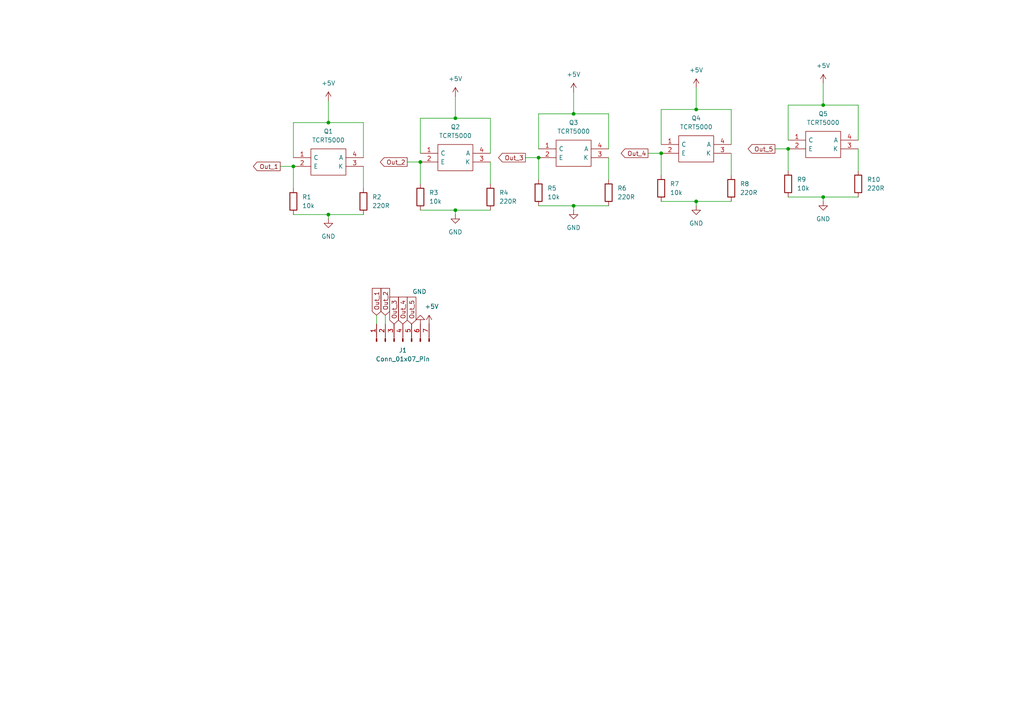
<source format=kicad_sch>
(kicad_sch (version 20231120) (generator "eeschema") (generator_version "8.0")
  (paper "A4")
  (lib_symbols
    (symbol "Connector:Conn_01x07_Pin" (pin_names (offset 1.016) hide)
      (property "Reference" "J" (at 0 10.16 0))
      (property "Value" "Conn_01x07_Pin" (at 0 -10.16 0))
      (symbol "Conn_01x07_Pin_1_1"
        (polyline (pts (xy 1.27 -7.62) (xy 0.8636 -7.62)) (stroke (width 0.1524)))
        (polyline (pts (xy 1.27 -5.08) (xy 0.8636 -5.08)) (stroke (width 0.1524)))
        (polyline (pts (xy 1.27 -2.54) (xy 0.8636 -2.54)) (stroke (width 0.1524)))
        (polyline (pts (xy 1.27 0) (xy 0.8636 0)) (stroke (width 0.1524)))
        (polyline (pts (xy 1.27 2.54) (xy 0.8636 2.54)) (stroke (width 0.1524)))
        (polyline (pts (xy 1.27 5.08) (xy 0.8636 5.08)) (stroke (width 0.1524)))
        (polyline (pts (xy 1.27 7.62) (xy 0.8636 7.62)) (stroke (width 0.1524)))
        (rectangle (start 0.8636 -7.493) (end 0 -7.747) (stroke (width 0.1524)) (fill (type outline)))
        (rectangle (start 0.8636 -4.953) (end 0 -5.207) (stroke (width 0.1524)) (fill (type outline)))
        (rectangle (start 0.8636 -2.413) (end 0 -2.667) (stroke (width 0.1524)) (fill (type outline)))
        (rectangle (start 0.8636 0.127) (end 0 -0.127) (stroke (width 0.1524)) (fill (type outline)))
        (rectangle (start 0.8636 2.667) (end 0 2.413) (stroke (width 0.1524)) (fill (type outline)))
        (rectangle (start 0.8636 5.207) (end 0 4.953) (stroke (width 0.1524)) (fill (type outline)))
        (rectangle (start 0.8636 7.747) (end 0 7.493) (stroke (width 0.1524)) (fill (type outline)))
        (pin passive line (at 5.08 7.62 180) (length 3.81) (name "Pin_1") (number "1"))
        (pin passive line (at 5.08 5.08 180) (length 3.81) (name "Pin_2") (number "2"))
        (pin passive line (at 5.08 2.54 180) (length 3.81) (name "Pin_3") (number "3"))
        (pin passive line (at 5.08 0 180) (length 3.81) (name "Pin_4") (number "4"))
        (pin passive line (at 5.08 -2.54 180) (length 3.81) (name "Pin_5") (number "5"))
        (pin passive line (at 5.08 -5.08 180) (length 3.81) (name "Pin_6") (number "6"))
        (pin passive line (at 5.08 -7.62 180) (length 3.81) (name "Pin_7") (number "7"))
      )
    )
    (symbol "Device:R" (pin_numbers hide) (pin_names (offset 0))
      (property "Reference" "R" (at 2.032 0 90))
      (property "Value" "R" (at 0 0 90))
      (symbol "R_0_1"
        (rectangle (start -1.016 -2.54) (end 1.016 2.54) (stroke (width 0.254)))
      )
      (symbol "R_1_1"
        (pin passive line (at 0 3.81 270) (length 1.27) (name "~") (number "1"))
        (pin passive line (at 0 -3.81 90) (length 1.27) (name "~") (number "2"))
      )
    )
    (symbol "TCRT5000:TCRT5000" (pin_names (offset 0.762))
      (property "Reference" "Q" (at 16.51 7.62 0))
      (property "Value" "TCRT5000" (at 16.51 5.08 0))
      (symbol "TCRT5000_0_0"
        (pin passive line (at 0 0 0) (length 5.08) (name "C") (number "1"))
        (pin passive line (at 0 -2.54 0) (length 5.08) (name "E") (number "2"))
        (pin passive line (at 20.32 -2.54 180) (length 5.08) (name "K") (number "3"))
        (pin passive line (at 20.32 0 180) (length 5.08) (name "A") (number "4"))
      )
      (symbol "TCRT5000_0_1"
        (polyline (pts (xy 5.08 2.54) (xy 15.24 2.54) (xy 15.24 -5.08) (xy 5.08 -5.08) (xy 5.08 2.54)) (stroke (width 0.1524)))
      )
    )
    (symbol "power:+5V" (power) (pin_numbers hide) (pin_names (offset 0) hide)
      (property "Value" "+5V" (at 0 3.556 0))
      (symbol "+5V_0_1"
        (polyline (pts (xy -0.762 1.27) (xy 0 2.54)))
        (polyline (pts (xy 0 0) (xy 0 2.54)))
        (polyline (pts (xy 0 2.54) (xy 0.762 1.27)))
      )
      (symbol "+5V_1_1"
        (pin power_in line (at 0 0 90) (length 0) (name "~") (number "1"))
      )
    )
    (symbol "power:GND" (power) (pin_numbers hide) (pin_names (offset 0) hide)
      (property "Value" "GND" (at 0 -3.81 0))
      (symbol "GND_0_1"
        (polyline (pts (xy 0 0) (xy 0 -1.27) (xy 1.27 -1.27) (xy 0 -2.54) (xy -1.27 -1.27) (xy 0 -1.27)))
      )
      (symbol "GND_1_1"
        (pin power_in line (at 0 0 270) (length 0) (name "~") (number "1"))
      )
    )
  )
  (junction (at 132.08 60.96))
  (junction (at 191.77 44.45))
  (junction (at 95.25 35.56))
  (junction (at 121.92 46.99))
  (junction (at 95.25 62.23))
  (junction (at 156.21 45.72))
  (junction (at 85.09 48.26))
  (junction (at 228.6 43.18))
  (junction (at 166.37 59.69))
  (junction (at 201.93 31.75))
  (junction (at 166.37 33.02))
  (junction (at 238.76 30.48))
  (junction (at 238.76 57.15))
  (junction (at 201.93 58.42))
  (junction (at 132.08 34.29))
  (wire (pts (xy 201.93 58.42) (xy 212.09 58.42)))
  (wire (pts (xy 95.25 62.23) (xy 105.41 62.23)))
  (wire (pts (xy 248.92 43.18) (xy 248.92 49.53)))
  (wire (pts (xy 142.24 34.29) (xy 132.08 34.29)))
  (wire (pts (xy 201.93 25.4) (xy 201.93 31.75)))
  (wire (pts (xy 142.24 46.99) (xy 142.24 53.34)))
  (wire (pts (xy 95.25 35.56) (xy 85.09 35.56)))
  (wire (pts (xy 132.08 27.94) (xy 132.08 34.29)))
  (wire (pts (xy 111.76 91.44) (xy 111.76 93.98)))
  (wire (pts (xy 132.08 60.96) (xy 132.08 62.23)))
  (wire (pts (xy 156.21 45.72) (xy 156.21 52.07)))
  (wire (pts (xy 238.76 24.13) (xy 238.76 30.48)))
  (wire (pts (xy 118.11 46.99) (xy 121.92 46.99)))
  (wire (pts (xy 176.53 33.02) (xy 166.37 33.02)))
  (wire (pts (xy 121.92 60.96) (xy 132.08 60.96)))
  (wire (pts (xy 201.93 58.42) (xy 201.93 59.69)))
  (wire (pts (xy 248.92 30.48) (xy 238.76 30.48)))
  (wire (pts (xy 224.79 43.18) (xy 228.6 43.18)))
  (wire (pts (xy 95.25 62.23) (xy 95.25 63.5)))
  (wire (pts (xy 228.6 43.18) (xy 228.6 49.53)))
  (wire (pts (xy 187.96 44.45) (xy 191.77 44.45)))
  (wire (pts (xy 105.41 48.26) (xy 105.41 54.61)))
  (wire (pts (xy 238.76 57.15) (xy 248.92 57.15)))
  (wire (pts (xy 132.08 60.96) (xy 142.24 60.96)))
  (wire (pts (xy 166.37 59.69) (xy 166.37 60.96)))
  (wire (pts (xy 212.09 31.75) (xy 201.93 31.75)))
  (wire (pts (xy 212.09 44.45) (xy 212.09 50.8)))
  (wire (pts (xy 85.09 62.23) (xy 95.25 62.23)))
  (wire (pts (xy 201.93 31.75) (xy 191.77 31.75)))
  (wire (pts (xy 152.4 45.72) (xy 156.21 45.72)))
  (wire (pts (xy 248.92 40.64) (xy 248.92 30.48)))
  (wire (pts (xy 191.77 58.42) (xy 201.93 58.42)))
  (wire (pts (xy 156.21 59.69) (xy 166.37 59.69)))
  (wire (pts (xy 95.25 29.21) (xy 95.25 35.56)))
  (wire (pts (xy 212.09 41.91) (xy 212.09 31.75)))
  (wire (pts (xy 191.77 31.75) (xy 191.77 41.91)))
  (wire (pts (xy 85.09 35.56) (xy 85.09 45.72)))
  (wire (pts (xy 121.92 46.99) (xy 121.92 53.34)))
  (wire (pts (xy 85.09 48.26) (xy 85.09 54.61)))
  (wire (pts (xy 105.41 35.56) (xy 95.25 35.56)))
  (wire (pts (xy 132.08 34.29) (xy 121.92 34.29)))
  (wire (pts (xy 238.76 57.15) (xy 238.76 58.42)))
  (wire (pts (xy 166.37 59.69) (xy 176.53 59.69)))
  (wire (pts (xy 166.37 33.02) (xy 156.21 33.02)))
  (wire (pts (xy 166.37 26.67) (xy 166.37 33.02)))
  (wire (pts (xy 238.76 30.48) (xy 228.6 30.48)))
  (wire (pts (xy 105.41 45.72) (xy 105.41 35.56)))
  (wire (pts (xy 228.6 30.48) (xy 228.6 40.64)))
  (wire (pts (xy 109.22 91.44) (xy 109.22 93.98)))
  (wire (pts (xy 176.53 43.18) (xy 176.53 33.02)))
  (wire (pts (xy 142.24 44.45) (xy 142.24 34.29)))
  (wire (pts (xy 81.28 48.26) (xy 85.09 48.26)))
  (wire (pts (xy 191.77 44.45) (xy 191.77 50.8)))
  (wire (pts (xy 121.92 34.29) (xy 121.92 44.45)))
  (wire (pts (xy 156.21 33.02) (xy 156.21 43.18)))
  (wire (pts (xy 176.53 45.72) (xy 176.53 52.07)))
  (wire (pts (xy 228.6 57.15) (xy 238.76 57.15)))
  (global_label "Out_3" (shape output) (at 152.4 45.72 180) (property "Intersheetrefs" "${INTERSHEET_REFS}" (effects (hide yes))))
  (global_label "Out_4" (shape input) (at 116.84 93.98 90) (property "Intersheetrefs" "${INTERSHEET_REFS}" (effects (hide yes))))
  (global_label "Out_5" (shape output) (at 224.79 43.18 180) (property "Intersheetrefs" "${INTERSHEET_REFS}" (effects (hide yes))))
  (global_label "Out_3" (shape input) (at 114.3 93.98 90) (property "Intersheetrefs" "${INTERSHEET_REFS}" (effects (hide yes))))
  (global_label "Out_4" (shape output) (at 187.96 44.45 180) (property "Intersheetrefs" "${INTERSHEET_REFS}" (effects (hide yes))))
  (global_label "Out_2" (shape output) (at 118.11 46.99 180) (property "Intersheetrefs" "${INTERSHEET_REFS}" (effects (hide yes))))
  (global_label "Out_1" (shape input) (at 109.22 91.44 90) (property "Intersheetrefs" "${INTERSHEET_REFS}" (effects (hide yes))))
  (global_label "Out_5" (shape input) (at 119.38 93.98 90) (property "Intersheetrefs" "${INTERSHEET_REFS}" (effects (hide yes))))
  (global_label "Out_2" (shape input) (at 111.76 91.44 90) (property "Intersheetrefs" "${INTERSHEET_REFS}" (effects (hide yes))))
  (global_label "Out_1" (shape output) (at 81.28 48.26 180) (property "Intersheetrefs" "${INTERSHEET_REFS}" (effects (hide yes))))
  (symbol (lib_id "Device:R") (at 156.21 55.88 0) (unit 1)
    (property "Reference" "R5" (at 158.75 54.6099 0) (effects (justify left)))
    (property "Value" "10k" (at 158.75 57.1499 0) (effects (justify left)))
    (property "Footprint" "Resistor_THT:R_Axial_DIN0207_L6.3mm_D2.5mm_P10.16mm_Horizontal" (effects (hide yes)))
    (property "Description" "Resistor" (effects (hide yes)))
  )
  (symbol (lib_id "power:GND") (at 121.92 93.98 180) (unit 1)
    (property "Reference" "#PWR012" (effects (hide yes)))
    (property "Value" "GND" (at 121.666 84.582 0))
    (property "Description" "Power symbol creates a global label with name \"GND\" , ground" (effects (hide yes)))
  )
  (symbol (lib_id "Device:R") (at 105.41 58.42 0) (unit 1)
    (property "Reference" "R2" (at 107.95 57.1499 0) (effects (justify left)))
    (property "Value" "220R" (at 107.95 59.6899 0) (effects (justify left)))
    (property "Footprint" "Resistor_THT:R_Axial_DIN0207_L6.3mm_D2.5mm_P10.16mm_Horizontal" (effects (hide yes)))
    (property "Description" "Resistor" (effects (hide yes)))
  )
  (symbol (lib_id "power:+5V") (at 132.08 27.94 0) (unit 1)
    (property "Reference" "#PWR03" (effects (hide yes)))
    (property "Value" "+5V" (at 132.08 22.86 0))
    (property "Description" "Power symbol creates a global label with name \"+5V\"" (effects (hide yes)))
  )
  (symbol (lib_id "Connector:Conn_01x07_Pin") (at 116.84 99.06 90) (unit 1)
    (property "Reference" "J1" (at 116.84 101.6 90))
    (property "Value" "Conn_01x07_Pin" (at 116.84 104.14 90))
    (property "Footprint" "Connector_PinHeader_2.54mm:PinHeader_1x07_P2.54mm_Horizontal" (effects (hide yes)))
    (property "Description" "Generic connector, single row, 01x07, script generated" (effects (hide yes)))
  )
  (symbol (lib_id "power:GND") (at 201.93 59.69 0) (unit 1)
    (property "Reference" "#PWR08" (effects (hide yes)))
    (property "Value" "GND" (at 201.93 64.77 0))
    (property "Description" "Power symbol creates a global label with name \"GND\" , ground" (effects (hide yes)))
  )
  (symbol (lib_id "Device:R") (at 85.09 58.42 0) (unit 1)
    (property "Reference" "R1" (at 87.63 57.1499 0) (effects (justify left)))
    (property "Value" "10k" (at 87.63 59.6899 0) (effects (justify left)))
    (property "Footprint" "Resistor_THT:R_Axial_DIN0207_L6.3mm_D2.5mm_P10.16mm_Horizontal" (effects (hide yes)))
    (property "Description" "Resistor" (effects (hide yes)))
  )
  (symbol (lib_id "power:+5V") (at 166.37 26.67 0) (unit 1)
    (property "Reference" "#PWR05" (effects (hide yes)))
    (property "Value" "+5V" (at 166.37 21.59 0))
    (property "Description" "Power symbol creates a global label with name \"+5V\"" (effects (hide yes)))
  )
  (symbol (lib_id "Device:R") (at 176.53 55.88 0) (unit 1)
    (property "Reference" "R6" (at 179.07 54.6099 0) (effects (justify left)))
    (property "Value" "220R" (at 179.07 57.1499 0) (effects (justify left)))
    (property "Footprint" "Resistor_THT:R_Axial_DIN0207_L6.3mm_D2.5mm_P10.16mm_Horizontal" (effects (hide yes)))
    (property "Description" "Resistor" (effects (hide yes)))
  )
  (symbol (lib_id "power:GND") (at 238.76 58.42 0) (unit 1)
    (property "Reference" "#PWR010" (effects (hide yes)))
    (property "Value" "GND" (at 238.76 63.5 0))
    (property "Description" "Power symbol creates a global label with name \"GND\" , ground" (effects (hide yes)))
  )
  (symbol (lib_id "TCRT5000:TCRT5000") (at 121.92 44.45 0) (unit 1)
    (property "Reference" "Q2" (at 132.08 36.83 0))
    (property "Value" "TCRT5000" (at 132.08 39.37 0))
    (property "Footprint" "KiCad3:TCRT5000" (effects (hide yes)))
    (property "Datasheet" "http://www.vishay.com/docs/83760/tcrt5000.pdf" (effects (hide yes)))
    (property "Description" "VISHAY - TCRT5000. - SENSOR, OPTICAL, TRANSISTOR O/P" (effects (hide yes)))
    (property "Height" "6.8" (effects (hide yes)))
    (property "Manufacturer_Name" "Vishay" (effects (hide yes)))
    (property "Manufacturer_Part_Number" "TCRT5000" (effects (hide yes)))
  )
  (symbol (lib_id "Device:R") (at 212.09 54.61 0) (unit 1)
    (property "Reference" "R8" (at 214.63 53.3399 0) (effects (justify left)))
    (property "Value" "220R" (at 214.63 55.8799 0) (effects (justify left)))
    (property "Footprint" "Resistor_THT:R_Axial_DIN0207_L6.3mm_D2.5mm_P10.16mm_Horizontal" (effects (hide yes)))
    (property "Description" "Resistor" (effects (hide yes)))
  )
  (symbol (lib_id "power:GND") (at 95.25 63.5 0) (unit 1)
    (property "Reference" "#PWR01" (effects (hide yes)))
    (property "Value" "GND" (at 95.25 68.58 0))
    (property "Description" "Power symbol creates a global label with name \"GND\" , ground" (effects (hide yes)))
  )
  (symbol (lib_id "TCRT5000:TCRT5000") (at 156.21 43.18 0) (unit 1)
    (property "Reference" "Q3" (at 166.37 35.56 0))
    (property "Value" "TCRT5000" (at 166.37 38.1 0))
    (property "Footprint" "KiCad3:TCRT5000" (effects (hide yes)))
    (property "Datasheet" "http://www.vishay.com/docs/83760/tcrt5000.pdf" (effects (hide yes)))
    (property "Description" "VISHAY - TCRT5000. - SENSOR, OPTICAL, TRANSISTOR O/P" (effects (hide yes)))
    (property "Height" "6.8" (effects (hide yes)))
    (property "Manufacturer_Name" "Vishay" (effects (hide yes)))
    (property "Manufacturer_Part_Number" "TCRT5000" (effects (hide yes)))
  )
  (symbol (lib_id "TCRT5000:TCRT5000") (at 191.77 41.91 0) (unit 1)
    (property "Reference" "Q4" (at 201.93 34.29 0))
    (property "Value" "TCRT5000" (at 201.93 36.83 0))
    (property "Footprint" "KiCad3:TCRT5000" (effects (hide yes)))
    (property "Datasheet" "http://www.vishay.com/docs/83760/tcrt5000.pdf" (effects (hide yes)))
    (property "Description" "VISHAY - TCRT5000. - SENSOR, OPTICAL, TRANSISTOR O/P" (effects (hide yes)))
    (property "Height" "6.8" (effects (hide yes)))
    (property "Manufacturer_Name" "Vishay" (effects (hide yes)))
    (property "Manufacturer_Part_Number" "TCRT5000" (effects (hide yes)))
  )
  (symbol (lib_id "Device:R") (at 142.24 57.15 0) (unit 1)
    (property "Reference" "R4" (at 144.78 55.8799 0) (effects (justify left)))
    (property "Value" "220R" (at 144.78 58.4199 0) (effects (justify left)))
    (property "Footprint" "Resistor_THT:R_Axial_DIN0207_L6.3mm_D2.5mm_P10.16mm_Horizontal" (effects (hide yes)))
    (property "Description" "Resistor" (effects (hide yes)))
  )
  (symbol (lib_id "power:+5V") (at 238.76 24.13 0) (unit 1)
    (property "Reference" "#PWR09" (effects (hide yes)))
    (property "Value" "+5V" (at 238.76 19.05 0))
    (property "Description" "Power symbol creates a global label with name \"+5V\"" (effects (hide yes)))
  )
  (symbol (lib_id "Device:R") (at 248.92 53.34 0) (unit 1)
    (property "Reference" "R10" (at 251.46 52.0699 0) (effects (justify left)))
    (property "Value" "220R" (at 251.46 54.6099 0) (effects (justify left)))
    (property "Footprint" "Resistor_THT:R_Axial_DIN0207_L6.3mm_D2.5mm_P10.16mm_Horizontal" (effects (hide yes)))
    (property "Description" "Resistor" (effects (hide yes)))
  )
  (symbol (lib_id "power:GND") (at 132.08 62.23 0) (unit 1)
    (property "Reference" "#PWR04" (effects (hide yes)))
    (property "Value" "GND" (at 132.08 67.31 0))
    (property "Description" "Power symbol creates a global label with name \"GND\" , ground" (effects (hide yes)))
  )
  (symbol (lib_id "power:+5V") (at 201.93 25.4 0) (unit 1)
    (property "Reference" "#PWR07" (effects (hide yes)))
    (property "Value" "+5V" (at 201.93 20.32 0))
    (property "Description" "Power symbol creates a global label with name \"+5V\"" (effects (hide yes)))
  )
  (symbol (lib_id "power:+5V") (at 95.25 29.21 0) (unit 1)
    (property "Reference" "#PWR02" (effects (hide yes)))
    (property "Value" "+5V" (at 95.25 24.13 0))
    (property "Description" "Power symbol creates a global label with name \"+5V\"" (effects (hide yes)))
  )
  (symbol (lib_id "power:+5V") (at 124.46 93.98 0) (unit 1)
    (property "Reference" "#PWR011" (effects (hide yes)))
    (property "Value" "+5V" (at 125.222 88.9 0))
    (property "Description" "Power symbol creates a global label with name \"+5V\"" (effects (hide yes)))
  )
  (symbol (lib_id "Device:R") (at 121.92 57.15 0) (unit 1)
    (property "Reference" "R3" (at 124.46 55.8799 0) (effects (justify left)))
    (property "Value" "10k" (at 124.46 58.4199 0) (effects (justify left)))
    (property "Footprint" "Resistor_THT:R_Axial_DIN0207_L6.3mm_D2.5mm_P10.16mm_Horizontal" (effects (hide yes)))
    (property "Description" "Resistor" (effects (hide yes)))
  )
  (symbol (lib_id "TCRT5000:TCRT5000") (at 85.09 45.72 0) (unit 1)
    (property "Reference" "Q1" (at 95.25 38.1 0))
    (property "Value" "TCRT5000" (at 95.25 40.64 0))
    (property "Footprint" "KiCad3:TCRT5000" (effects (hide yes)))
    (property "Datasheet" "http://www.vishay.com/docs/83760/tcrt5000.pdf" (effects (hide yes)))
    (property "Description" "VISHAY - TCRT5000. - SENSOR, OPTICAL, TRANSISTOR O/P" (effects (hide yes)))
    (property "Height" "6.8" (effects (hide yes)))
    (property "Manufacturer_Name" "Vishay" (effects (hide yes)))
    (property "Manufacturer_Part_Number" "TCRT5000" (effects (hide yes)))
  )
  (symbol (lib_id "power:GND") (at 166.37 60.96 0) (unit 1)
    (property "Reference" "#PWR06" (effects (hide yes)))
    (property "Value" "GND" (at 166.37 66.04 0))
    (property "Description" "Power symbol creates a global label with name \"GND\" , ground" (effects (hide yes)))
  )
  (symbol (lib_id "Device:R") (at 191.77 54.61 0) (unit 1)
    (property "Reference" "R7" (at 194.31 53.3399 0) (effects (justify left)))
    (property "Value" "10k" (at 194.31 55.8799 0) (effects (justify left)))
    (property "Footprint" "Resistor_THT:R_Axial_DIN0207_L6.3mm_D2.5mm_P10.16mm_Horizontal" (effects (hide yes)))
    (property "Description" "Resistor" (effects (hide yes)))
  )
  (symbol (lib_id "Device:R") (at 228.6 53.34 0) (unit 1)
    (property "Reference" "R9" (at 231.14 52.0699 0) (effects (justify left)))
    (property "Value" "10k" (at 231.14 54.6099 0) (effects (justify left)))
    (property "Footprint" "Resistor_THT:R_Axial_DIN0207_L6.3mm_D2.5mm_P10.16mm_Horizontal" (effects (hide yes)))
    (property "Description" "Resistor" (effects (hide yes)))
  )
  (symbol (lib_id "TCRT5000:TCRT5000") (at 228.6 40.64 0) (unit 1)
    (property "Reference" "Q5" (at 238.76 33.02 0))
    (property "Value" "TCRT5000" (at 238.76 35.56 0))
    (property "Footprint" "KiCad3:TCRT5000" (effects (hide yes)))
    (property "Datasheet" "http://www.vishay.com/docs/83760/tcrt5000.pdf" (effects (hide yes)))
    (property "Description" "VISHAY - TCRT5000. - SENSOR, OPTICAL, TRANSISTOR O/P" (effects (hide yes)))
    (property "Height" "6.8" (effects (hide yes)))
    (property "Manufacturer_Name" "Vishay" (effects (hide yes)))
    (property "Manufacturer_Part_Number" "TCRT5000" (effects (hide yes)))
  )
)
</source>
